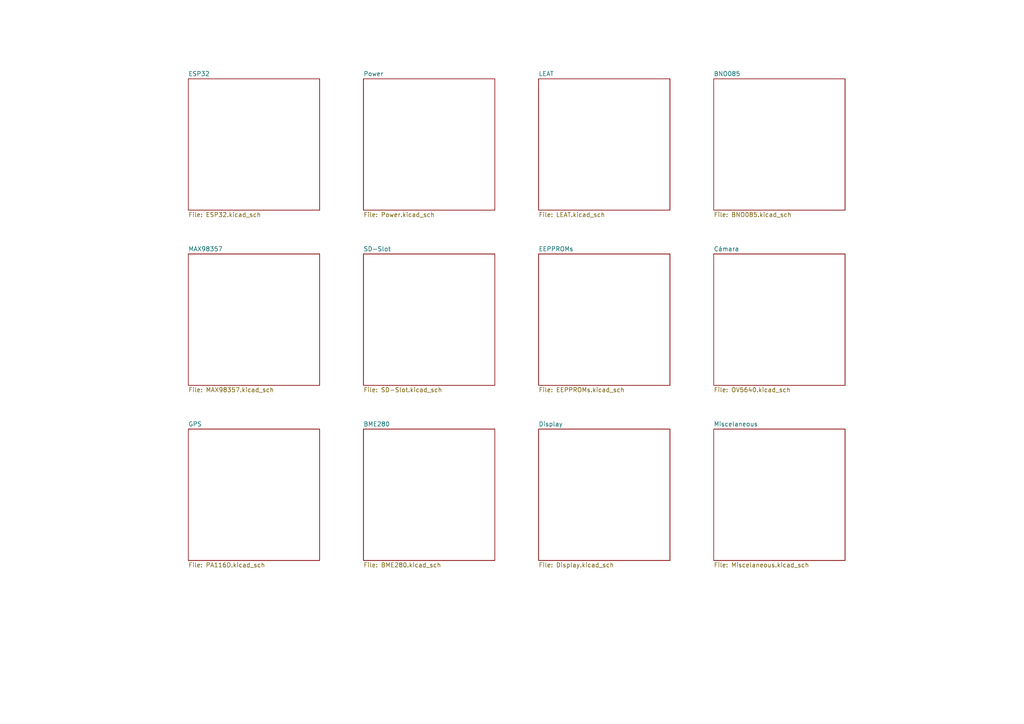
<source format=kicad_sch>
(kicad_sch
	(version 20231120)
	(generator "eeschema")
	(generator_version "8.0")
	(uuid "4b0101fb-345d-4dc9-888f-9906c9e8d5c9")
	(paper "A4")
	(title_block
		(title "POC-TB")
		(date "2024-07-18")
		(rev "Final")
	)
	(lib_symbols)
	(sheet
		(at 105.41 22.86)
		(size 38.1 38.1)
		(fields_autoplaced yes)
		(stroke
			(width 0.1524)
			(type solid)
		)
		(fill
			(color 0 0 0 0.0000)
		)
		(uuid "092745eb-8be8-4ba0-9992-f2da44c2bcf7")
		(property "Sheetname" "Power"
			(at 105.41 22.1484 0)
			(effects
				(font
					(size 1.27 1.27)
				)
				(justify left bottom)
			)
		)
		(property "Sheetfile" "Power.kicad_sch"
			(at 105.41 61.5446 0)
			(effects
				(font
					(size 1.27 1.27)
				)
				(justify left top)
			)
		)
		(property "Field2" ""
			(at 105.41 22.86 0)
			(effects
				(font
					(size 1.27 1.27)
				)
				(hide yes)
			)
		)
		(instances
			(project "POC-TB"
				(path "/4b0101fb-345d-4dc9-888f-9906c9e8d5c9"
					(page "6")
				)
			)
		)
	)
	(sheet
		(at 54.61 22.86)
		(size 38.1 38.1)
		(fields_autoplaced yes)
		(stroke
			(width 0.1524)
			(type solid)
		)
		(fill
			(color 0 0 0 0.0000)
		)
		(uuid "15394a9c-b67e-4a73-ad4e-b00b313811ca")
		(property "Sheetname" "ESP32"
			(at 54.61 22.1484 0)
			(effects
				(font
					(size 1.27 1.27)
				)
				(justify left bottom)
			)
		)
		(property "Sheetfile" "ESP32.kicad_sch"
			(at 54.61 61.5446 0)
			(effects
				(font
					(size 1.27 1.27)
				)
				(justify left top)
			)
		)
		(instances
			(project "POC-TB"
				(path "/4b0101fb-345d-4dc9-888f-9906c9e8d5c9"
					(page "2")
				)
			)
		)
	)
	(sheet
		(at 54.61 73.66)
		(size 38.1 38.1)
		(fields_autoplaced yes)
		(stroke
			(width 0.1524)
			(type solid)
		)
		(fill
			(color 0 0 0 0.0000)
		)
		(uuid "22067d9e-8848-4726-be26-f0aecefffbf1")
		(property "Sheetname" "MAX98357"
			(at 54.61 72.9484 0)
			(effects
				(font
					(size 1.27 1.27)
				)
				(justify left bottom)
			)
		)
		(property "Sheetfile" "MAX98357.kicad_sch"
			(at 54.61 112.3446 0)
			(effects
				(font
					(size 1.27 1.27)
				)
				(justify left top)
			)
		)
		(property "Field2" ""
			(at 54.61 73.66 0)
			(effects
				(font
					(size 1.27 1.27)
				)
				(hide yes)
			)
		)
		(instances
			(project "POC-TB"
				(path "/4b0101fb-345d-4dc9-888f-9906c9e8d5c9"
					(page "4")
				)
			)
		)
	)
	(sheet
		(at 105.41 73.66)
		(size 38.1 38.1)
		(fields_autoplaced yes)
		(stroke
			(width 0.1524)
			(type solid)
		)
		(fill
			(color 0 0 0 0.0000)
		)
		(uuid "2ace53f9-7ed8-4ee3-9975-375969b8fc87")
		(property "Sheetname" "SD-Slot"
			(at 105.41 72.9484 0)
			(effects
				(font
					(size 1.27 1.27)
				)
				(justify left bottom)
			)
		)
		(property "Sheetfile" "SD-Slot.kicad_sch"
			(at 105.41 112.3446 0)
			(effects
				(font
					(size 1.27 1.27)
				)
				(justify left top)
			)
		)
		(instances
			(project "POC-TB"
				(path "/4b0101fb-345d-4dc9-888f-9906c9e8d5c9"
					(page "5")
				)
			)
		)
	)
	(sheet
		(at 207.01 73.66)
		(size 38.1 38.1)
		(fields_autoplaced yes)
		(stroke
			(width 0.1524)
			(type solid)
		)
		(fill
			(color 0 0 0 0.0000)
		)
		(uuid "2b6ef668-7751-4ffb-a75b-a52226c6b4e3")
		(property "Sheetname" "Cámara"
			(at 207.01 72.9484 0)
			(effects
				(font
					(size 1.27 1.27)
				)
				(justify left bottom)
			)
		)
		(property "Sheetfile" "OV5640.kicad_sch"
			(at 207.01 112.3446 0)
			(effects
				(font
					(size 1.27 1.27)
				)
				(justify left top)
			)
		)
		(property "Field2" ""
			(at 207.01 73.66 0)
			(effects
				(font
					(size 1.27 1.27)
				)
				(hide yes)
			)
		)
		(instances
			(project "POC-TB"
				(path "/4b0101fb-345d-4dc9-888f-9906c9e8d5c9"
					(page "8")
				)
			)
		)
	)
	(sheet
		(at 105.41 124.46)
		(size 38.1 38.1)
		(fields_autoplaced yes)
		(stroke
			(width 0.1524)
			(type solid)
		)
		(fill
			(color 0 0 0 0.0000)
		)
		(uuid "3fbaf192-23ec-46f9-b371-dd0934d60d22")
		(property "Sheetname" "BME280"
			(at 105.41 123.7484 0)
			(effects
				(font
					(size 1.27 1.27)
				)
				(justify left bottom)
			)
		)
		(property "Sheetfile" "BME280.kicad_sch"
			(at 105.41 163.1446 0)
			(effects
				(font
					(size 1.27 1.27)
				)
				(justify left top)
			)
		)
		(property "Field2" ""
			(at 105.41 124.46 0)
			(effects
				(font
					(size 1.27 1.27)
				)
				(hide yes)
			)
		)
		(instances
			(project "POC-TB"
				(path "/4b0101fb-345d-4dc9-888f-9906c9e8d5c9"
					(page "10")
				)
			)
		)
	)
	(sheet
		(at 207.01 124.46)
		(size 38.1 38.1)
		(fields_autoplaced yes)
		(stroke
			(width 0.1524)
			(type solid)
		)
		(fill
			(color 0 0 0 0.0000)
		)
		(uuid "45cbf7c0-cc86-462a-896a-215d0aa03267")
		(property "Sheetname" "Miscelaneous"
			(at 207.01 123.7484 0)
			(effects
				(font
					(size 1.27 1.27)
				)
				(justify left bottom)
			)
		)
		(property "Sheetfile" "Miscelaneous.kicad_sch"
			(at 207.01 163.1446 0)
			(effects
				(font
					(size 1.27 1.27)
				)
				(justify left top)
			)
		)
		(instances
			(project "POC-TB"
				(path "/4b0101fb-345d-4dc9-888f-9906c9e8d5c9"
					(page "13")
				)
			)
		)
	)
	(sheet
		(at 156.21 73.66)
		(size 38.1 38.1)
		(fields_autoplaced yes)
		(stroke
			(width 0.1524)
			(type solid)
		)
		(fill
			(color 0 0 0 0.0000)
		)
		(uuid "47da551a-55bd-4ace-b2f6-caf49bbf5dd9")
		(property "Sheetname" "EEPPROMs"
			(at 156.21 72.9484 0)
			(effects
				(font
					(size 1.27 1.27)
				)
				(justify left bottom)
			)
		)
		(property "Sheetfile" "EEPPROMs.kicad_sch"
			(at 156.21 112.3446 0)
			(effects
				(font
					(size 1.27 1.27)
				)
				(justify left top)
			)
		)
		(property "Field2" ""
			(at 156.21 73.66 0)
			(effects
				(font
					(size 1.27 1.27)
				)
				(hide yes)
			)
		)
		(instances
			(project "POC-TB"
				(path "/4b0101fb-345d-4dc9-888f-9906c9e8d5c9"
					(page "7")
				)
			)
		)
	)
	(sheet
		(at 156.21 22.86)
		(size 38.1 38.1)
		(fields_autoplaced yes)
		(stroke
			(width 0.1524)
			(type solid)
		)
		(fill
			(color 0 0 0 0.0000)
		)
		(uuid "5dfcf9f7-0a43-43a3-9179-4096b328d5c0")
		(property "Sheetname" "LEAT"
			(at 156.21 22.1484 0)
			(effects
				(font
					(size 1.27 1.27)
				)
				(justify left bottom)
			)
		)
		(property "Sheetfile" "LEAT.kicad_sch"
			(at 156.21 61.5446 0)
			(effects
				(font
					(size 1.27 1.27)
				)
				(justify left top)
			)
		)
		(instances
			(project "POC-TB"
				(path "/4b0101fb-345d-4dc9-888f-9906c9e8d5c9"
					(page "3")
				)
			)
		)
	)
	(sheet
		(at 54.61 124.46)
		(size 38.1 38.1)
		(fields_autoplaced yes)
		(stroke
			(width 0.1524)
			(type solid)
		)
		(fill
			(color 0 0 0 0.0000)
		)
		(uuid "868ddd8b-c6cc-4bdb-b3ba-8298e8750084")
		(property "Sheetname" "GPS"
			(at 54.61 123.7484 0)
			(effects
				(font
					(size 1.27 1.27)
				)
				(justify left bottom)
			)
		)
		(property "Sheetfile" "PA116D.kicad_sch"
			(at 54.61 163.1446 0)
			(effects
				(font
					(size 1.27 1.27)
				)
				(justify left top)
			)
		)
		(instances
			(project "POC-TB"
				(path "/4b0101fb-345d-4dc9-888f-9906c9e8d5c9"
					(page "9")
				)
			)
		)
	)
	(sheet
		(at 207.01 22.86)
		(size 38.1 38.1)
		(fields_autoplaced yes)
		(stroke
			(width 0.1524)
			(type solid)
		)
		(fill
			(color 0 0 0 0.0000)
		)
		(uuid "af6f1f7f-873b-4c72-914e-16a427605a13")
		(property "Sheetname" "BNO085"
			(at 207.01 22.1484 0)
			(effects
				(font
					(size 1.27 1.27)
				)
				(justify left bottom)
			)
		)
		(property "Sheetfile" "BNO085.kicad_sch"
			(at 207.01 61.5446 0)
			(effects
				(font
					(size 1.27 1.27)
				)
				(justify left top)
			)
		)
		(instances
			(project "POC-TB"
				(path "/4b0101fb-345d-4dc9-888f-9906c9e8d5c9"
					(page "12")
				)
			)
		)
	)
	(sheet
		(at 156.21 124.46)
		(size 38.1 38.1)
		(fields_autoplaced yes)
		(stroke
			(width 0.1524)
			(type solid)
		)
		(fill
			(color 0 0 0 0.0000)
		)
		(uuid "d048155f-9c40-44a7-a502-30ecbe0527a7")
		(property "Sheetname" "Display"
			(at 156.21 123.7484 0)
			(effects
				(font
					(size 1.27 1.27)
				)
				(justify left bottom)
			)
		)
		(property "Sheetfile" "Display.kicad_sch"
			(at 156.21 163.1446 0)
			(effects
				(font
					(size 1.27 1.27)
				)
				(justify left top)
			)
		)
		(property "Field2" ""
			(at 156.21 124.46 0)
			(effects
				(font
					(size 1.27 1.27)
				)
				(hide yes)
			)
		)
		(instances
			(project "POC-TB"
				(path "/4b0101fb-345d-4dc9-888f-9906c9e8d5c9"
					(page "11")
				)
			)
		)
	)
	(sheet_instances
		(path "/"
			(page "1")
		)
	)
)

</source>
